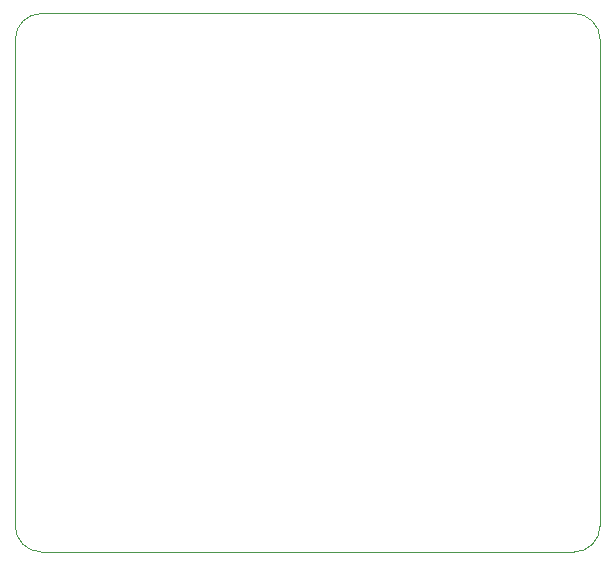
<source format=gbr>
%TF.GenerationSoftware,KiCad,Pcbnew,9.0.5-9.0.5~ubuntu24.04.1*%
%TF.CreationDate,2025-11-03T22:00:51+08:00*%
%TF.ProjectId,TPS,5450532e-6b69-4636-9164-5f7063625858,rev?*%
%TF.SameCoordinates,Original*%
%TF.FileFunction,Profile,NP*%
%FSLAX46Y46*%
G04 Gerber Fmt 4.6, Leading zero omitted, Abs format (unit mm)*
G04 Created by KiCad (PCBNEW 9.0.5-9.0.5~ubuntu24.04.1) date 2025-11-03 22:00:51*
%MOMM*%
%LPD*%
G01*
G04 APERTURE LIST*
%TA.AperFunction,Profile*%
%ADD10C,0.100000*%
%TD*%
G04 APERTURE END LIST*
D10*
X38461000Y-31200000D02*
X38461000Y-72386000D01*
X87975000Y-31200000D02*
X87975000Y-72386000D01*
X40661000Y-29000000D02*
X85775000Y-29000000D01*
X85775000Y-29000000D02*
G75*
G02*
X87975000Y-31200000I0J-2200000D01*
G01*
X40661000Y-74586000D02*
G75*
G02*
X38461000Y-72386000I0J2200000D01*
G01*
X87975000Y-72386000D02*
G75*
G02*
X85775000Y-74586000I-2200000J0D01*
G01*
X85775000Y-74586000D02*
X40661000Y-74586000D01*
X38461000Y-31200000D02*
G75*
G02*
X40661000Y-29000000I2200000J0D01*
G01*
M02*

</source>
